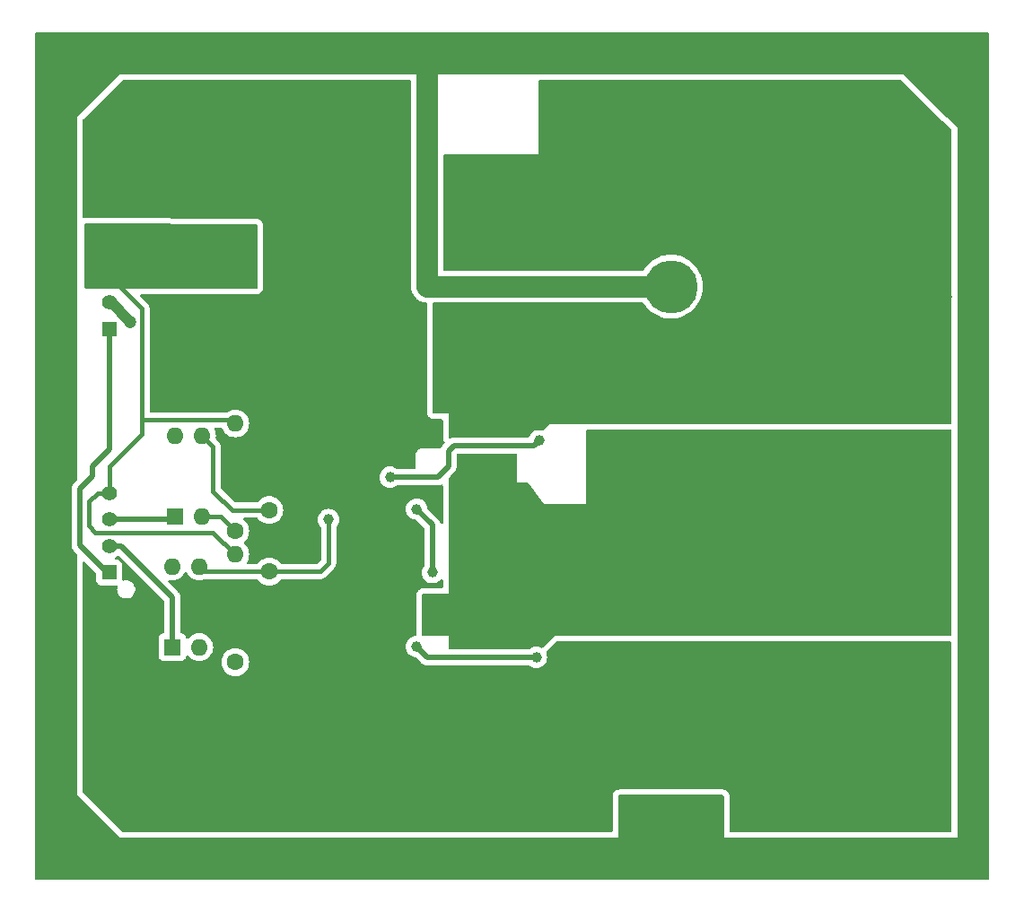
<source format=gbr>
%TF.GenerationSoftware,KiCad,Pcbnew,(7.0.0)*%
%TF.CreationDate,2023-05-03T12:28:25+03:00*%
%TF.ProjectId,MotorDriverDualHalfBridge,4d6f746f-7244-4726-9976-65724475616c,rev?*%
%TF.SameCoordinates,Original*%
%TF.FileFunction,Copper,L2,Bot*%
%TF.FilePolarity,Positive*%
%FSLAX46Y46*%
G04 Gerber Fmt 4.6, Leading zero omitted, Abs format (unit mm)*
G04 Created by KiCad (PCBNEW (7.0.0)) date 2023-05-03 12:28:25*
%MOMM*%
%LPD*%
G01*
G04 APERTURE LIST*
%TA.AperFunction,ComponentPad*%
%ADD10C,1.400000*%
%TD*%
%TA.AperFunction,ComponentPad*%
%ADD11R,1.400000X1.400000*%
%TD*%
%TA.AperFunction,ComponentPad*%
%ADD12C,5.000000*%
%TD*%
%TA.AperFunction,ComponentPad*%
%ADD13O,1.600000X1.600000*%
%TD*%
%TA.AperFunction,ComponentPad*%
%ADD14C,1.600000*%
%TD*%
%TA.AperFunction,ComponentPad*%
%ADD15R,1.600000X1.600000*%
%TD*%
%TA.AperFunction,ComponentPad*%
%ADD16C,2.200000*%
%TD*%
%TA.AperFunction,ViaPad*%
%ADD17C,0.800000*%
%TD*%
%TA.AperFunction,ViaPad*%
%ADD18C,1.200000*%
%TD*%
%TA.AperFunction,ViaPad*%
%ADD19C,1.000000*%
%TD*%
%TA.AperFunction,Conductor*%
%ADD20C,1.000000*%
%TD*%
%TA.AperFunction,Conductor*%
%ADD21C,0.500000*%
%TD*%
%TA.AperFunction,Conductor*%
%ADD22C,0.400000*%
%TD*%
%TA.AperFunction,Conductor*%
%ADD23C,2.000000*%
%TD*%
G04 APERTURE END LIST*
D10*
%TO.P,J6,4,Pin_4*%
%TO.N,GND*%
X129000000Y-55500000D03*
%TO.P,J6,3,Pin_3*%
X129000000Y-58000000D03*
%TO.P,J6,2,Pin_2*%
%TO.N,+12V*%
X129000000Y-60500000D03*
D11*
%TO.P,J6,1,Pin_1*%
X128999999Y-62999999D03*
%TD*%
D10*
%TO.P,J7,4,Pin_4*%
%TO.N,GND*%
X129000000Y-78500000D03*
%TO.P,J7,3,Pin_3*%
%TO.N,H_{IN}*%
X129000000Y-81000000D03*
%TO.P,J7,2,Pin_2*%
%TO.N,L_{IN}*%
X129000000Y-83500000D03*
D11*
%TO.P,J7,1,Pin_1*%
%TO.N,+12V*%
X128999999Y-85999999D03*
%TD*%
D12*
%TO.P,H4,1,1*%
%TO.N,Earth_Clean*%
X182000000Y-111000000D03*
%TD*%
D13*
%TO.P,R8,2*%
%TO.N,GND*%
X140899999Y-84299999D03*
D14*
%TO.P,R8,1*%
%TO.N,Net-(R8-Pad1)*%
X140900000Y-94460000D03*
%TD*%
D13*
%TO.P,U3,4*%
%TO.N,+BATT*%
X134959999Y-85419999D03*
%TO.P,U3,3*%
%TO.N,L_{IN}_{_ISO}*%
X137499999Y-85419999D03*
%TO.P,U3,2*%
%TO.N,Net-(R8-Pad1)*%
X137499999Y-93039999D03*
D15*
%TO.P,U3,1*%
%TO.N,L_{IN}*%
X134959999Y-93039999D03*
%TD*%
D16*
%TO.P,J1,16,Pin_1*%
%TO.N,/LOAD*%
X205820000Y-78680000D03*
%TO.P,J1,15,Pin_1*%
X203280000Y-78680000D03*
%TO.P,J1,14,e*%
X200740000Y-78680000D03*
%TO.P,J1,13*%
X198200000Y-78680000D03*
%TO.P,J1,12*%
X205820000Y-81220000D03*
%TO.P,J1,11,11*%
X203280000Y-81220000D03*
%TO.P,J1,10,e*%
X200740000Y-81220000D03*
%TO.P,J1,9*%
X198200000Y-81220000D03*
%TO.P,J1,8*%
X205820000Y-83760000D03*
%TO.P,J1,7*%
X203280000Y-83760000D03*
%TO.P,J1,6,e*%
X200740000Y-83760000D03*
%TO.P,J1,5*%
X198200000Y-83760000D03*
%TO.P,J1,4*%
X205820000Y-86300000D03*
%TO.P,J1,3*%
X203280000Y-86300000D03*
%TO.P,J1,2*%
X200740000Y-86300000D03*
%TO.P,J1,1,Pin_1*%
X198200000Y-86300000D03*
%TD*%
D13*
%TO.P,R6,2*%
%TO.N,GNDPWR*%
X144099999Y-69939999D03*
D14*
%TO.P,R6,1*%
%TO.N,H_{IN}_{_ISO}*%
X144100000Y-80100000D03*
%TD*%
D16*
%TO.P,J4,16,Pin_1*%
%TO.N,+BATT*%
X189820000Y-42680000D03*
%TO.P,J4,15,Pin_1*%
X187280000Y-42680000D03*
%TO.P,J4,14,e*%
X184740000Y-42680000D03*
%TO.P,J4,13*%
X182200000Y-42680000D03*
%TO.P,J4,12*%
X189820000Y-45220000D03*
%TO.P,J4,11,11*%
X187280000Y-45220000D03*
%TO.P,J4,10,e*%
X184740000Y-45220000D03*
%TO.P,J4,9*%
X182200000Y-45220000D03*
%TO.P,J4,8*%
X189820000Y-47760000D03*
%TO.P,J4,7*%
X187280000Y-47760000D03*
%TO.P,J4,6,e*%
X184740000Y-47760000D03*
%TO.P,J4,5*%
X182200000Y-47760000D03*
%TO.P,J4,4*%
X189820000Y-50300000D03*
%TO.P,J4,3*%
X187280000Y-50300000D03*
%TO.P,J4,2*%
X184740000Y-50300000D03*
%TO.P,J4,1,Pin_1*%
X182200000Y-50300000D03*
%TD*%
%TO.P,J5,16,Pin_1*%
%TO.N,GNDPWR*%
X149820000Y-42680000D03*
%TO.P,J5,15,Pin_1*%
X147280000Y-42680000D03*
%TO.P,J5,14,e*%
X144740000Y-42680000D03*
%TO.P,J5,13*%
X142200000Y-42680000D03*
%TO.P,J5,12*%
X149820000Y-45220000D03*
%TO.P,J5,11,11*%
X147280000Y-45220000D03*
%TO.P,J5,10,e*%
X144740000Y-45220000D03*
%TO.P,J5,9*%
X142200000Y-45220000D03*
%TO.P,J5,8*%
X149820000Y-47760000D03*
%TO.P,J5,7*%
X147280000Y-47760000D03*
%TO.P,J5,6,e*%
X144740000Y-47760000D03*
%TO.P,J5,5*%
X142200000Y-47760000D03*
%TO.P,J5,4*%
X149820000Y-50300000D03*
%TO.P,J5,3*%
X147280000Y-50300000D03*
%TO.P,J5,2*%
X144740000Y-50300000D03*
%TO.P,J5,1,Pin_1*%
X142200000Y-50300000D03*
%TD*%
%TO.P,J3,16,Pin_1*%
%TO.N,+BATT*%
X205820000Y-58680000D03*
%TO.P,J3,15,Pin_1*%
X203280000Y-58680000D03*
%TO.P,J3,14,e*%
X200740000Y-58680000D03*
%TO.P,J3,13*%
X198200000Y-58680000D03*
%TO.P,J3,12*%
X205820000Y-61220000D03*
%TO.P,J3,11,11*%
X203280000Y-61220000D03*
%TO.P,J3,10,e*%
X200740000Y-61220000D03*
%TO.P,J3,9*%
X198200000Y-61220000D03*
%TO.P,J3,8*%
X205820000Y-63760000D03*
%TO.P,J3,7*%
X203280000Y-63760000D03*
%TO.P,J3,6,e*%
X200740000Y-63760000D03*
%TO.P,J3,5*%
X198200000Y-63760000D03*
%TO.P,J3,4*%
X205820000Y-66300000D03*
%TO.P,J3,3*%
X203280000Y-66300000D03*
%TO.P,J3,2*%
X200740000Y-66300000D03*
%TO.P,J3,1,Pin_1*%
X198200000Y-66300000D03*
%TD*%
D12*
%TO.P,H3,1,1*%
%TO.N,Earth_Clean*%
X126000000Y-111000000D03*
%TD*%
%TO.P,H1,1,1*%
%TO.N,Earth_Clean*%
X126000000Y-39000000D03*
%TD*%
D13*
%TO.P,R7,2*%
%TO.N,GND*%
X140899999Y-71919999D03*
D14*
%TO.P,R7,1*%
%TO.N,Net-(R7-Pad1)*%
X140900000Y-82080000D03*
%TD*%
D13*
%TO.P,R9,2*%
%TO.N,GNDPWR*%
X144099999Y-96059999D03*
D14*
%TO.P,R9,1*%
%TO.N,L_{IN}_{_ISO}*%
X144100000Y-85900000D03*
%TD*%
D16*
%TO.P,J2,16,Pin_1*%
%TO.N,GNDPWR*%
X205820000Y-98680000D03*
%TO.P,J2,15,Pin_1*%
X203280000Y-98680000D03*
%TO.P,J2,14,e*%
X200740000Y-98680000D03*
%TO.P,J2,13*%
X198200000Y-98680000D03*
%TO.P,J2,12*%
X205820000Y-101220000D03*
%TO.P,J2,11,11*%
X203280000Y-101220000D03*
%TO.P,J2,10,e*%
X200740000Y-101220000D03*
%TO.P,J2,9*%
X198200000Y-101220000D03*
%TO.P,J2,8*%
X205820000Y-103760000D03*
%TO.P,J2,7*%
X203280000Y-103760000D03*
%TO.P,J2,6,e*%
X200740000Y-103760000D03*
%TO.P,J2,5*%
X198200000Y-103760000D03*
%TO.P,J2,4*%
X205820000Y-106300000D03*
%TO.P,J2,3*%
X203280000Y-106300000D03*
%TO.P,J2,2*%
X200740000Y-106300000D03*
%TO.P,J2,1,Pin_1*%
X198200000Y-106300000D03*
%TD*%
D12*
%TO.P,H2,1,1*%
%TO.N,Earth_Clean*%
X208000000Y-39000000D03*
%TD*%
%TO.P,H5,1,1*%
%TO.N,Earth_Clean*%
X182000000Y-59000000D03*
%TD*%
D13*
%TO.P,U2,4*%
%TO.N,+BATT*%
X135224999Y-73099999D03*
%TO.P,U2,3*%
%TO.N,H_{IN}_{_ISO}*%
X137764999Y-73099999D03*
%TO.P,U2,2*%
%TO.N,Net-(R7-Pad1)*%
X137764999Y-80719999D03*
D15*
%TO.P,U2,1*%
%TO.N,H_{IN}*%
X135224999Y-80719999D03*
%TD*%
D17*
%TO.N,GNDPWR*%
X195066526Y-104950000D03*
X195066526Y-97950000D03*
X188066526Y-104950000D03*
X188066526Y-97950000D03*
X181066526Y-104950000D03*
X181066526Y-97950000D03*
X174066526Y-104950000D03*
X174066526Y-97950000D03*
X167066526Y-104950000D03*
X167066526Y-97950000D03*
X160066526Y-104950000D03*
X153066526Y-104950000D03*
X153066526Y-97950000D03*
X153066526Y-90950000D03*
X153066526Y-76950000D03*
X153066526Y-69950000D03*
X153066526Y-62950000D03*
X153066526Y-55950000D03*
X153066526Y-48950000D03*
X153066526Y-41950000D03*
X146066526Y-104950000D03*
X146066526Y-97950000D03*
X146066526Y-90950000D03*
X146066526Y-76950000D03*
X146066526Y-69950000D03*
X146066526Y-62950000D03*
X146066526Y-55950000D03*
X139066526Y-104950000D03*
X139066526Y-97950000D03*
X139066526Y-90950000D03*
X139066526Y-69950000D03*
X139066526Y-48950000D03*
X139066526Y-41950000D03*
X132066526Y-104950000D03*
X132066526Y-97950000D03*
X132066526Y-90950000D03*
X132066526Y-48950000D03*
X132066526Y-41950000D03*
%TO.N,+BATT*%
X208066526Y-59950000D03*
X203066526Y-49950000D03*
X198066526Y-69950000D03*
X193066526Y-59950000D03*
X193066526Y-44950000D03*
X183066526Y-64950000D03*
X178066526Y-54950000D03*
X173066526Y-69950000D03*
X173066526Y-44950000D03*
X163066526Y-64950000D03*
X163066526Y-49950000D03*
%TO.N,/LOAD*%
X204426526Y-90830000D03*
X204426526Y-73050000D03*
X199346526Y-88290000D03*
X199346526Y-75590000D03*
X194266526Y-90830000D03*
X194266526Y-73050000D03*
X191726526Y-85750000D03*
X191726526Y-78130000D03*
X186646526Y-90830000D03*
X186646526Y-83210000D03*
X186646526Y-73050000D03*
X184106526Y-78130000D03*
X181566526Y-88290000D03*
X179026526Y-83210000D03*
X179026526Y-73050000D03*
X176486526Y-78130000D03*
X173946526Y-90830000D03*
X171406526Y-85750000D03*
X168866526Y-80670000D03*
X163786526Y-85750000D03*
X163786526Y-78130000D03*
D18*
%TO.N,+12V*%
X131000000Y-62300000D03*
%TO.N,Earth_Clean*%
X210500000Y-106400000D03*
X210500000Y-98600000D03*
X210500000Y-85600000D03*
X210500000Y-79400000D03*
X124900000Y-52500000D03*
X122900000Y-52500000D03*
X124800000Y-76800000D03*
X122800000Y-76800000D03*
X122800000Y-76800000D03*
X124800000Y-88500000D03*
X124800000Y-88500000D03*
X122900000Y-88500000D03*
D19*
%TO.N,Net-(U1-V_{B})*%
X158000000Y-80000000D03*
X159500000Y-86000000D03*
%TO.N,Net-(U1-HO)*%
X155500000Y-77000000D03*
X169557983Y-73554891D03*
%TO.N,Net-(U1-LO)*%
X158000000Y-93000000D03*
X169300000Y-94000000D03*
%TO.N,L_{IN}_{_ISO}*%
X149700000Y-81000000D03*
D18*
%TO.N,Earth_Clean*%
X123000000Y-65500000D03*
X124500000Y-65500000D03*
D17*
X210500000Y-65000000D03*
X210500000Y-58500000D03*
%TD*%
D20*
%TO.N,+12V*%
X129200000Y-60500000D02*
X129000000Y-60500000D01*
X131000000Y-62300000D02*
X129200000Y-60500000D01*
D21*
%TO.N,L_{IN}*%
X130100000Y-83500000D02*
X129000000Y-83500000D01*
X134960000Y-88360000D02*
X130100000Y-83500000D01*
X134960000Y-93040000D02*
X134960000Y-88360000D01*
D22*
%TO.N,L_{IN}_{_ISO}*%
X137500000Y-85420000D02*
X137980000Y-85900000D01*
X137980000Y-85900000D02*
X144100000Y-85900000D01*
D21*
%TO.N,+12V*%
X127400000Y-76000000D02*
X129000000Y-74400000D01*
X129000000Y-74400000D02*
X129000000Y-63000000D01*
X127400000Y-76900000D02*
X127400000Y-76000000D01*
X126200000Y-78100000D02*
X127400000Y-76900000D01*
X126200000Y-83400000D02*
X126200000Y-78100000D01*
X128800000Y-86000000D02*
X126200000Y-83400000D01*
X129000000Y-86000000D02*
X128800000Y-86000000D01*
D22*
%TO.N,GND*%
X129000000Y-78500000D02*
X129000000Y-76000000D01*
X127900000Y-78500000D02*
X129000000Y-78500000D01*
X129000000Y-76000000D02*
X132100000Y-72900000D01*
X127100000Y-81600000D02*
X127100000Y-79300000D01*
X132100000Y-61100000D02*
X129000000Y-58000000D01*
X140580000Y-71600000D02*
X132200000Y-71600000D01*
X132100000Y-72900000D02*
X132100000Y-71500000D01*
X140900000Y-84300000D02*
X138800000Y-82200000D01*
X127100000Y-79300000D02*
X127900000Y-78500000D01*
X138800000Y-82200000D02*
X127700000Y-82200000D01*
X140900000Y-71920000D02*
X140580000Y-71600000D01*
X140900000Y-71920000D02*
X140480000Y-71500000D01*
X127700000Y-82200000D02*
X127100000Y-81600000D01*
X132200000Y-71600000D02*
X132100000Y-71500000D01*
X132100000Y-71500000D02*
X132100000Y-61100000D01*
D21*
%TO.N,Net-(U1-V_{B})*%
X159500000Y-81500000D02*
X159500000Y-86000000D01*
X158000000Y-80000000D02*
X159500000Y-81500000D01*
%TO.N,H_{IN}*%
X129000000Y-81000000D02*
X134945000Y-81000000D01*
X134945000Y-81000000D02*
X135225000Y-80720000D01*
%TO.N,Net-(U1-HO)*%
X161000000Y-76000000D02*
X160000000Y-77000000D01*
X169112874Y-74000000D02*
X161500000Y-74000000D01*
X161000000Y-74500000D02*
X161000000Y-76000000D01*
X161500000Y-74000000D02*
X161000000Y-74500000D01*
X160000000Y-77000000D02*
X155500000Y-77000000D01*
X169557983Y-73554891D02*
X169112874Y-74000000D01*
%TO.N,Net-(U1-LO)*%
X169300000Y-94000000D02*
X159000000Y-94000000D01*
X159000000Y-94000000D02*
X158000000Y-93000000D01*
D22*
%TO.N,Net-(R7-Pad1)*%
X140900000Y-82080000D02*
X139540000Y-80720000D01*
X139540000Y-80720000D02*
X137765000Y-80720000D01*
%TO.N,H_{IN}_{_ISO}*%
X137765000Y-73100000D02*
X138800000Y-74135000D01*
X140600000Y-80100000D02*
X144100000Y-80100000D01*
X138800000Y-78300000D02*
X140600000Y-80100000D01*
X138800000Y-74135000D02*
X138800000Y-78300000D01*
%TO.N,L_{IN}_{_ISO}*%
X144100000Y-85900000D02*
X148900000Y-85900000D01*
X148900000Y-85900000D02*
X149700000Y-85100000D01*
X149700000Y-85100000D02*
X149700000Y-81000000D01*
D23*
%TO.N,Earth_Clean*%
X159000000Y-59000000D02*
X159000000Y-37000000D01*
X128000000Y-37000000D02*
X126000000Y-39000000D01*
X182000000Y-59000000D02*
X159000000Y-59000000D01*
X159000000Y-37000000D02*
X128000000Y-37000000D01*
%TD*%
%TA.AperFunction,Conductor*%
%TO.N,GND*%
G36*
X142876678Y-53099326D02*
G01*
X142938391Y-53116163D01*
X142983500Y-53161520D01*
X143000000Y-53223324D01*
X143000000Y-59076000D01*
X142983387Y-59138000D01*
X142938000Y-59183387D01*
X142876000Y-59200000D01*
X126824000Y-59200000D01*
X126762000Y-59183387D01*
X126716613Y-59138000D01*
X126700000Y-59076000D01*
X126700000Y-53135608D01*
X126716726Y-53073412D01*
X126762392Y-53027996D01*
X126824676Y-53011610D01*
X142876678Y-53099326D01*
G37*
%TD.AperFunction*%
%TD*%
%TA.AperFunction,Conductor*%
%TO.N,/LOAD*%
G36*
X208424500Y-72516613D02*
G01*
X208469887Y-72562000D01*
X208486500Y-72624000D01*
X208486500Y-91876000D01*
X208469887Y-91938000D01*
X208424500Y-91983387D01*
X208362500Y-92000000D01*
X171000000Y-92000000D01*
X170991364Y-92008635D01*
X170991361Y-92008638D01*
X169914731Y-93085267D01*
X169870729Y-93113638D01*
X169818940Y-93121320D01*
X169768598Y-93106944D01*
X169728043Y-93085267D01*
X169693176Y-93066630D01*
X169693172Y-93066628D01*
X169687804Y-93063759D01*
X169681976Y-93061991D01*
X169503531Y-93007860D01*
X169503526Y-93007859D01*
X169497701Y-93006092D01*
X169491642Y-93005495D01*
X169491636Y-93005494D01*
X169306061Y-92987217D01*
X169300000Y-92986620D01*
X169293939Y-92987217D01*
X169108363Y-93005494D01*
X169108355Y-93005495D01*
X169102299Y-93006092D01*
X169096475Y-93007858D01*
X169096468Y-93007860D01*
X168918023Y-93061991D01*
X168918019Y-93061992D01*
X168912196Y-93063759D01*
X168906830Y-93066626D01*
X168906823Y-93066630D01*
X168742372Y-93154531D01*
X168742368Y-93154533D01*
X168736996Y-93157405D01*
X168732288Y-93161268D01*
X168732283Y-93161272D01*
X168668823Y-93213353D01*
X168631932Y-93234251D01*
X168590158Y-93241500D01*
X161124000Y-93241500D01*
X161062000Y-93224887D01*
X161016613Y-93179500D01*
X161000000Y-93117500D01*
X161000000Y-92016326D01*
X161000000Y-92000000D01*
X160983674Y-92000000D01*
X158636979Y-92000000D01*
X158575099Y-91983456D01*
X158529731Y-91938240D01*
X158512980Y-91876415D01*
X158500417Y-88124415D01*
X158516891Y-88062240D01*
X158562296Y-88016682D01*
X158624416Y-88000000D01*
X160983674Y-88000000D01*
X161000000Y-88000000D01*
X161000000Y-77124042D01*
X161009439Y-77076589D01*
X161036319Y-77036361D01*
X161205289Y-76867391D01*
X161490880Y-76581799D01*
X161504506Y-76570023D01*
X161524058Y-76555469D01*
X161556278Y-76517068D01*
X161563594Y-76509087D01*
X161564209Y-76508471D01*
X161567581Y-76505100D01*
X161587047Y-76480479D01*
X161589295Y-76477721D01*
X161638032Y-76419640D01*
X161641277Y-76413177D01*
X161643315Y-76410079D01*
X161643435Y-76409912D01*
X161643531Y-76409741D01*
X161645484Y-76406573D01*
X161649967Y-76400905D01*
X161682034Y-76332135D01*
X161683549Y-76329004D01*
X161717609Y-76261188D01*
X161719275Y-76254154D01*
X161720541Y-76250677D01*
X161720622Y-76250480D01*
X161720677Y-76250288D01*
X161721845Y-76246760D01*
X161724903Y-76240206D01*
X161740244Y-76165905D01*
X161741021Y-76162401D01*
X161758500Y-76088656D01*
X161758500Y-76081434D01*
X161758932Y-76077740D01*
X161758964Y-76077540D01*
X161758972Y-76077362D01*
X161759298Y-76073631D01*
X161760759Y-76066558D01*
X161758552Y-75990707D01*
X161758500Y-75987101D01*
X161758500Y-74882500D01*
X161775113Y-74820500D01*
X161820500Y-74775113D01*
X161882500Y-74758500D01*
X167376000Y-74758500D01*
X167438000Y-74775113D01*
X167483387Y-74820500D01*
X167500000Y-74882500D01*
X167500000Y-77500000D01*
X168438000Y-77500000D01*
X168493454Y-77513091D01*
X168537200Y-77549600D01*
X170000000Y-79500000D01*
X170014439Y-79500000D01*
X173983674Y-79500000D01*
X174000000Y-79500000D01*
X174000000Y-72624000D01*
X174016613Y-72562000D01*
X174062000Y-72516613D01*
X174124000Y-72500000D01*
X208362500Y-72500000D01*
X208424500Y-72516613D01*
G37*
%TD.AperFunction*%
%TD*%
%TA.AperFunction,Conductor*%
%TO.N,GNDPWR*%
G36*
X157429500Y-39530113D02*
G01*
X157474887Y-39575500D01*
X157491500Y-39637500D01*
X157491500Y-58967108D01*
X157491399Y-58972101D01*
X157488020Y-59055936D01*
X157488020Y-59055943D01*
X157487819Y-59060939D01*
X157488421Y-59065904D01*
X157488422Y-59065908D01*
X157498533Y-59149188D01*
X157499035Y-59154153D01*
X157506190Y-59242768D01*
X157507385Y-59247616D01*
X157511702Y-59265131D01*
X157514401Y-59279859D01*
X157516575Y-59297768D01*
X157516576Y-59297776D01*
X157517177Y-59302720D01*
X157518560Y-59307498D01*
X157518564Y-59307513D01*
X157541906Y-59388101D01*
X157543197Y-59392921D01*
X157563278Y-59474387D01*
X157563281Y-59474396D01*
X157564477Y-59479248D01*
X157566437Y-59483848D01*
X157573504Y-59500436D01*
X157578529Y-59514536D01*
X157583547Y-59531859D01*
X157583550Y-59531867D01*
X157584939Y-59536662D01*
X157587078Y-59541170D01*
X157587080Y-59541175D01*
X157623045Y-59616971D01*
X157625094Y-59621523D01*
X157657987Y-59698723D01*
X157659944Y-59703316D01*
X157662609Y-59707531D01*
X157662612Y-59707536D01*
X157672254Y-59722784D01*
X157679474Y-59735892D01*
X157687206Y-59752187D01*
X157687209Y-59752192D01*
X157689350Y-59756704D01*
X157692187Y-59760815D01*
X157692190Y-59760819D01*
X157739845Y-59829858D01*
X157742599Y-59834024D01*
X157780172Y-59893442D01*
X157790117Y-59909168D01*
X157805395Y-59926413D01*
X157814620Y-59938189D01*
X157827707Y-59957148D01*
X157831161Y-59960744D01*
X157831166Y-59960750D01*
X157864689Y-59995650D01*
X157889287Y-60021259D01*
X157892661Y-60024917D01*
X157948306Y-60087729D01*
X157948314Y-60087737D01*
X157951625Y-60091474D01*
X157955499Y-60094637D01*
X157969473Y-60106047D01*
X157980471Y-60116192D01*
X157996425Y-60132802D01*
X158000421Y-60135805D01*
X158000427Y-60135810D01*
X158067489Y-60186203D01*
X158071387Y-60189256D01*
X158140286Y-60245510D01*
X158144615Y-60248009D01*
X158144616Y-60248010D01*
X158160230Y-60257025D01*
X158172725Y-60265283D01*
X158187138Y-60276114D01*
X158187142Y-60276116D01*
X158191135Y-60279117D01*
X158195553Y-60281435D01*
X158195555Y-60281437D01*
X158269858Y-60320434D01*
X158274232Y-60322844D01*
X158351213Y-60367289D01*
X158372753Y-60375457D01*
X158386406Y-60381602D01*
X158406795Y-60392304D01*
X158491157Y-60420468D01*
X158495750Y-60422105D01*
X158578943Y-60453656D01*
X158601519Y-60458264D01*
X158615978Y-60462139D01*
X158623633Y-60464695D01*
X158633082Y-60467850D01*
X158633084Y-60467850D01*
X158637818Y-60469431D01*
X158642744Y-60470231D01*
X158642746Y-60470232D01*
X158658289Y-60472757D01*
X158725572Y-60483692D01*
X158730412Y-60484578D01*
X158817579Y-60502374D01*
X158840598Y-60503301D01*
X158855497Y-60504806D01*
X158878221Y-60508500D01*
X158878222Y-60508500D01*
X158878046Y-60509580D01*
X158932480Y-60528815D01*
X158974045Y-60576904D01*
X158984988Y-60632500D01*
X158986500Y-60632500D01*
X158986500Y-70876000D01*
X158987028Y-70880016D01*
X158987029Y-70880020D01*
X158991981Y-70917633D01*
X159003997Y-71008905D01*
X159005043Y-71012810D01*
X159005046Y-71012823D01*
X159019558Y-71066980D01*
X159020610Y-71070905D01*
X159022163Y-71074654D01*
X159022165Y-71074660D01*
X159068798Y-71187241D01*
X159071909Y-71194751D01*
X159076855Y-71201196D01*
X159076857Y-71201200D01*
X159121066Y-71258813D01*
X159153514Y-71301099D01*
X159198901Y-71346486D01*
X159305249Y-71428091D01*
X159429095Y-71479390D01*
X159491095Y-71496003D01*
X159624000Y-71513500D01*
X160362500Y-71513500D01*
X160424500Y-71530113D01*
X160469887Y-71575500D01*
X160486500Y-71637500D01*
X160486500Y-73196828D01*
X160486984Y-73200669D01*
X160486985Y-73200678D01*
X160502091Y-73320465D01*
X160502577Y-73324315D01*
X160503540Y-73328072D01*
X160515124Y-73373273D01*
X160517863Y-73383957D01*
X160519288Y-73387563D01*
X160519289Y-73387566D01*
X160562224Y-73496215D01*
X160562225Y-73496218D01*
X160565086Y-73503456D01*
X160640497Y-73607490D01*
X160645194Y-73612505D01*
X160675135Y-73667796D01*
X160674105Y-73730666D01*
X160642369Y-73784948D01*
X160509123Y-73918194D01*
X160495495Y-73929972D01*
X160481735Y-73940216D01*
X160481724Y-73940225D01*
X160475942Y-73944531D01*
X160471307Y-73950053D01*
X160471298Y-73950063D01*
X160443715Y-73982935D01*
X160436419Y-73990898D01*
X160434975Y-73992341D01*
X160434953Y-73992365D01*
X160432420Y-73994899D01*
X160430194Y-73997713D01*
X160430186Y-73997723D01*
X160412982Y-74019480D01*
X160410710Y-74022268D01*
X160366608Y-74074828D01*
X160366601Y-74074837D01*
X160361968Y-74080360D01*
X160358732Y-74086801D01*
X160356664Y-74089946D01*
X160356568Y-74090078D01*
X160356481Y-74090235D01*
X160354508Y-74093432D01*
X160350033Y-74099094D01*
X160346982Y-74105635D01*
X160346981Y-74105638D01*
X160317982Y-74167825D01*
X160316412Y-74171068D01*
X160289274Y-74225106D01*
X160257708Y-74264830D01*
X160212874Y-74288586D01*
X160162278Y-74292395D01*
X160121520Y-74287029D01*
X160121516Y-74287028D01*
X160117500Y-74286500D01*
X158524000Y-74286500D01*
X158519984Y-74287028D01*
X158519979Y-74287029D01*
X158395120Y-74303467D01*
X158395118Y-74303467D01*
X158391095Y-74303997D01*
X158387191Y-74305042D01*
X158387176Y-74305046D01*
X158333019Y-74319558D01*
X158333011Y-74319560D01*
X158329095Y-74320610D01*
X158325349Y-74322161D01*
X158325339Y-74322165D01*
X158212758Y-74368798D01*
X158212754Y-74368800D01*
X158205249Y-74371909D01*
X158198806Y-74376852D01*
X158198799Y-74376857D01*
X158102132Y-74451034D01*
X158102125Y-74451039D01*
X158098901Y-74453514D01*
X158096028Y-74456386D01*
X158096020Y-74456394D01*
X158056394Y-74496020D01*
X158056386Y-74496028D01*
X158053514Y-74498901D01*
X158051039Y-74502125D01*
X158051034Y-74502132D01*
X157976857Y-74598799D01*
X157976852Y-74598806D01*
X157971909Y-74605249D01*
X157968800Y-74612754D01*
X157968798Y-74612758D01*
X157922165Y-74725339D01*
X157922161Y-74725349D01*
X157920610Y-74729095D01*
X157919560Y-74733011D01*
X157919558Y-74733019D01*
X157905046Y-74787176D01*
X157905042Y-74787191D01*
X157903997Y-74791095D01*
X157886500Y-74924000D01*
X157886500Y-74928053D01*
X157886500Y-76117500D01*
X157869887Y-76179500D01*
X157824500Y-76224887D01*
X157762500Y-76241500D01*
X156209842Y-76241500D01*
X156168068Y-76234251D01*
X156131177Y-76213353D01*
X156067716Y-76161272D01*
X156067715Y-76161271D01*
X156063004Y-76157405D01*
X155988347Y-76117500D01*
X155893176Y-76066630D01*
X155893172Y-76066628D01*
X155887804Y-76063759D01*
X155881976Y-76061991D01*
X155703531Y-76007860D01*
X155703526Y-76007859D01*
X155697701Y-76006092D01*
X155691642Y-76005495D01*
X155691636Y-76005494D01*
X155506061Y-75987217D01*
X155500000Y-75986620D01*
X155493939Y-75987217D01*
X155308363Y-76005494D01*
X155308355Y-76005495D01*
X155302299Y-76006092D01*
X155296475Y-76007858D01*
X155296468Y-76007860D01*
X155118023Y-76061991D01*
X155118019Y-76061992D01*
X155112196Y-76063759D01*
X155106830Y-76066626D01*
X155106823Y-76066630D01*
X154942372Y-76154531D01*
X154942368Y-76154533D01*
X154936996Y-76157405D01*
X154932288Y-76161268D01*
X154932283Y-76161272D01*
X154788138Y-76279569D01*
X154788133Y-76279573D01*
X154783432Y-76283432D01*
X154779573Y-76288133D01*
X154779569Y-76288138D01*
X154661272Y-76432283D01*
X154661268Y-76432288D01*
X154657405Y-76436996D01*
X154654533Y-76442368D01*
X154654531Y-76442372D01*
X154566630Y-76606823D01*
X154566626Y-76606830D01*
X154563759Y-76612196D01*
X154561992Y-76618019D01*
X154561991Y-76618023D01*
X154507860Y-76796468D01*
X154507858Y-76796475D01*
X154506092Y-76802299D01*
X154505495Y-76808355D01*
X154505494Y-76808363D01*
X154497557Y-76888955D01*
X154486620Y-77000000D01*
X154487217Y-77006061D01*
X154505494Y-77191636D01*
X154505495Y-77191642D01*
X154506092Y-77197701D01*
X154507859Y-77203526D01*
X154507860Y-77203531D01*
X154561545Y-77380506D01*
X154563759Y-77387804D01*
X154566628Y-77393172D01*
X154566630Y-77393176D01*
X154600339Y-77456241D01*
X154657405Y-77563004D01*
X154661271Y-77567715D01*
X154661272Y-77567716D01*
X154666862Y-77574528D01*
X154783432Y-77716568D01*
X154936996Y-77842595D01*
X155112196Y-77936241D01*
X155302299Y-77993908D01*
X155500000Y-78013380D01*
X155697701Y-77993908D01*
X155887804Y-77936241D01*
X156063004Y-77842595D01*
X156131176Y-77786647D01*
X156168068Y-77765749D01*
X156209842Y-77758500D01*
X159935705Y-77758500D01*
X159953677Y-77759809D01*
X159977789Y-77763341D01*
X160027727Y-77758971D01*
X160038533Y-77758500D01*
X160040571Y-77758500D01*
X160044180Y-77758500D01*
X160075370Y-77754853D01*
X160078851Y-77754498D01*
X160154426Y-77747887D01*
X160161290Y-77745612D01*
X160164924Y-77744862D01*
X160165119Y-77744830D01*
X160165308Y-77744777D01*
X160168930Y-77743918D01*
X160176113Y-77743079D01*
X160247393Y-77717134D01*
X160250709Y-77715981D01*
X160322738Y-77692114D01*
X160322739Y-77692113D01*
X160323550Y-77694561D01*
X160370603Y-77685731D01*
X160429121Y-77704883D01*
X160471213Y-77749821D01*
X160486500Y-77809466D01*
X160486500Y-81293710D01*
X160472210Y-81351500D01*
X160432635Y-81395970D01*
X160376894Y-81416872D01*
X160317836Y-81409387D01*
X160269073Y-81375241D01*
X160243203Y-81324950D01*
X160243079Y-81323887D01*
X160217147Y-81252640D01*
X160215964Y-81249236D01*
X160212083Y-81237523D01*
X160192114Y-81177261D01*
X160188320Y-81171111D01*
X160186752Y-81167748D01*
X160186674Y-81167561D01*
X160186574Y-81167381D01*
X160184907Y-81164062D01*
X160182435Y-81157268D01*
X160178460Y-81151224D01*
X160140747Y-81093883D01*
X160138851Y-81090908D01*
X160099030Y-81026349D01*
X160093918Y-81021237D01*
X160091614Y-81018323D01*
X160091495Y-81018158D01*
X160091374Y-81018026D01*
X160088970Y-81015162D01*
X160085001Y-81009126D01*
X160029825Y-80957070D01*
X160027238Y-80954557D01*
X159038274Y-79965593D01*
X159013860Y-79930929D01*
X159002552Y-79890066D01*
X159000249Y-79866680D01*
X158993908Y-79802299D01*
X158936241Y-79612196D01*
X158842595Y-79436996D01*
X158716568Y-79283432D01*
X158563004Y-79157405D01*
X158536781Y-79143388D01*
X158393176Y-79066630D01*
X158393172Y-79066628D01*
X158387804Y-79063759D01*
X158381976Y-79061991D01*
X158203531Y-79007860D01*
X158203526Y-79007859D01*
X158197701Y-79006092D01*
X158191642Y-79005495D01*
X158191636Y-79005494D01*
X158006061Y-78987217D01*
X158000000Y-78986620D01*
X157993939Y-78987217D01*
X157808363Y-79005494D01*
X157808355Y-79005495D01*
X157802299Y-79006092D01*
X157796475Y-79007858D01*
X157796468Y-79007860D01*
X157618023Y-79061991D01*
X157618019Y-79061992D01*
X157612196Y-79063759D01*
X157606830Y-79066626D01*
X157606823Y-79066630D01*
X157442372Y-79154531D01*
X157442368Y-79154533D01*
X157436996Y-79157405D01*
X157432288Y-79161268D01*
X157432283Y-79161272D01*
X157288138Y-79279569D01*
X157288133Y-79279573D01*
X157283432Y-79283432D01*
X157279573Y-79288133D01*
X157279569Y-79288138D01*
X157161272Y-79432283D01*
X157161268Y-79432288D01*
X157157405Y-79436996D01*
X157154533Y-79442368D01*
X157154531Y-79442372D01*
X157066630Y-79606823D01*
X157066626Y-79606830D01*
X157063759Y-79612196D01*
X157061992Y-79618019D01*
X157061991Y-79618023D01*
X157007860Y-79796468D01*
X157007858Y-79796475D01*
X157006092Y-79802299D01*
X157005495Y-79808355D01*
X157005494Y-79808363D01*
X156990695Y-79958623D01*
X156986620Y-80000000D01*
X156987217Y-80006061D01*
X157005494Y-80191636D01*
X157005495Y-80191642D01*
X157006092Y-80197701D01*
X157007859Y-80203526D01*
X157007860Y-80203531D01*
X157039115Y-80306564D01*
X157063759Y-80387804D01*
X157066628Y-80393172D01*
X157066630Y-80393176D01*
X157092926Y-80442372D01*
X157157405Y-80563004D01*
X157283432Y-80716568D01*
X157436996Y-80842595D01*
X157612196Y-80936241D01*
X157802299Y-80993908D01*
X157890067Y-81002552D01*
X157930929Y-81013860D01*
X157965593Y-81038274D01*
X158705181Y-81777862D01*
X158732061Y-81818090D01*
X158741500Y-81865543D01*
X158741500Y-85290158D01*
X158734251Y-85331932D01*
X158713353Y-85368823D01*
X158661272Y-85432283D01*
X158661268Y-85432288D01*
X158657405Y-85436996D01*
X158654533Y-85442368D01*
X158654531Y-85442372D01*
X158566630Y-85606823D01*
X158566626Y-85606830D01*
X158563759Y-85612196D01*
X158561992Y-85618019D01*
X158561991Y-85618023D01*
X158507860Y-85796468D01*
X158507858Y-85796475D01*
X158506092Y-85802299D01*
X158505495Y-85808355D01*
X158505494Y-85808363D01*
X158490357Y-85962058D01*
X158486620Y-86000000D01*
X158487217Y-86006061D01*
X158505494Y-86191636D01*
X158505495Y-86191642D01*
X158506092Y-86197701D01*
X158507859Y-86203526D01*
X158507860Y-86203531D01*
X158561991Y-86381976D01*
X158563759Y-86387804D01*
X158566628Y-86393172D01*
X158566630Y-86393176D01*
X158588566Y-86434215D01*
X158657405Y-86563004D01*
X158661271Y-86567715D01*
X158661272Y-86567716D01*
X158675695Y-86585291D01*
X158783432Y-86716568D01*
X158936996Y-86842595D01*
X159112196Y-86936241D01*
X159302299Y-86993908D01*
X159500000Y-87013380D01*
X159697701Y-86993908D01*
X159887804Y-86936241D01*
X160063004Y-86842595D01*
X160216568Y-86716568D01*
X160266646Y-86655547D01*
X160315048Y-86619651D01*
X160374654Y-86610809D01*
X160431391Y-86631110D01*
X160471858Y-86675759D01*
X160486500Y-86734212D01*
X160486500Y-87362500D01*
X160469887Y-87424500D01*
X160424500Y-87469887D01*
X160362500Y-87486500D01*
X158624416Y-87486500D01*
X158620388Y-87487031D01*
X158620379Y-87487032D01*
X158495269Y-87503539D01*
X158491237Y-87504071D01*
X158487312Y-87505124D01*
X158487307Y-87505126D01*
X158433043Y-87519698D01*
X158433033Y-87519701D01*
X158429117Y-87520753D01*
X158425367Y-87522309D01*
X158425358Y-87522313D01*
X158312574Y-87569140D01*
X158312569Y-87569142D01*
X158305049Y-87572265D01*
X158298597Y-87577229D01*
X158298592Y-87577233D01*
X158201808Y-87651714D01*
X158201803Y-87651717D01*
X158198586Y-87654194D01*
X158195731Y-87657058D01*
X158195718Y-87657070D01*
X158156044Y-87696878D01*
X158156034Y-87696888D01*
X158153181Y-87699752D01*
X158150720Y-87702972D01*
X158150715Y-87702978D01*
X158076557Y-87800016D01*
X158076554Y-87800019D01*
X158071614Y-87806485D01*
X158068518Y-87814010D01*
X158068517Y-87814014D01*
X158022065Y-87926959D01*
X158022061Y-87926969D01*
X158020519Y-87930720D01*
X158019477Y-87934649D01*
X158019477Y-87934652D01*
X158005085Y-87988968D01*
X158005083Y-87988975D01*
X158004045Y-87992895D01*
X158003528Y-87996915D01*
X158003526Y-87996927D01*
X157987439Y-88122092D01*
X157987438Y-88122099D01*
X157986920Y-88126134D01*
X157986933Y-88130198D01*
X157986933Y-88130208D01*
X157999468Y-91873870D01*
X157984958Y-91932494D01*
X157944475Y-91977310D01*
X157887624Y-91997688D01*
X157808363Y-92005494D01*
X157808355Y-92005495D01*
X157802299Y-92006092D01*
X157796475Y-92007858D01*
X157796468Y-92007860D01*
X157618023Y-92061991D01*
X157618019Y-92061992D01*
X157612196Y-92063759D01*
X157606830Y-92066626D01*
X157606823Y-92066630D01*
X157442372Y-92154531D01*
X157442368Y-92154533D01*
X157436996Y-92157405D01*
X157432288Y-92161268D01*
X157432283Y-92161272D01*
X157288138Y-92279569D01*
X157288133Y-92279573D01*
X157283432Y-92283432D01*
X157279573Y-92288133D01*
X157279569Y-92288138D01*
X157161272Y-92432283D01*
X157161268Y-92432288D01*
X157157405Y-92436996D01*
X157154533Y-92442368D01*
X157154531Y-92442372D01*
X157066630Y-92606823D01*
X157066626Y-92606830D01*
X157063759Y-92612196D01*
X157061992Y-92618019D01*
X157061991Y-92618023D01*
X157007860Y-92796468D01*
X157007858Y-92796475D01*
X157006092Y-92802299D01*
X157005495Y-92808355D01*
X157005494Y-92808363D01*
X156993423Y-92930929D01*
X156986620Y-93000000D01*
X156987217Y-93006061D01*
X157005494Y-93191636D01*
X157005495Y-93191642D01*
X157006092Y-93197701D01*
X157007859Y-93203526D01*
X157007860Y-93203531D01*
X157027443Y-93268087D01*
X157063759Y-93387804D01*
X157066628Y-93393172D01*
X157066630Y-93393176D01*
X157100604Y-93456737D01*
X157157405Y-93563004D01*
X157283432Y-93716568D01*
X157436996Y-93842595D01*
X157612196Y-93936241D01*
X157802299Y-93993908D01*
X157890067Y-94002552D01*
X157930929Y-94013860D01*
X157965593Y-94038274D01*
X158418195Y-94490876D01*
X158429973Y-94504503D01*
X158444531Y-94524058D01*
X158450067Y-94528703D01*
X158482932Y-94556280D01*
X158490908Y-94563589D01*
X158494900Y-94567581D01*
X158497731Y-94569819D01*
X158497735Y-94569823D01*
X158519469Y-94587008D01*
X158522267Y-94589287D01*
X158574822Y-94633386D01*
X158574827Y-94633389D01*
X158580360Y-94638032D01*
X158586818Y-94641275D01*
X158589935Y-94643325D01*
X158590087Y-94643435D01*
X158590261Y-94643532D01*
X158593424Y-94645483D01*
X158599095Y-94649967D01*
X158605644Y-94653021D01*
X158605646Y-94653022D01*
X158667830Y-94682019D01*
X158671077Y-94683591D01*
X158732348Y-94714363D01*
X158732350Y-94714363D01*
X158738812Y-94717609D01*
X158745850Y-94719276D01*
X158749322Y-94720540D01*
X158749522Y-94720623D01*
X158749702Y-94720674D01*
X158753240Y-94721846D01*
X158759794Y-94724903D01*
X158834100Y-94740245D01*
X158837572Y-94741015D01*
X158911344Y-94758500D01*
X158918576Y-94758500D01*
X158922255Y-94758930D01*
X158922468Y-94758964D01*
X158922638Y-94758972D01*
X158926369Y-94759298D01*
X158933442Y-94760759D01*
X159009292Y-94758552D01*
X159012899Y-94758500D01*
X168590158Y-94758500D01*
X168631932Y-94765749D01*
X168668823Y-94786647D01*
X168736996Y-94842595D01*
X168912196Y-94936241D01*
X169102299Y-94993908D01*
X169300000Y-95013380D01*
X169497701Y-94993908D01*
X169687804Y-94936241D01*
X169863004Y-94842595D01*
X170016568Y-94716568D01*
X170142595Y-94563004D01*
X170236241Y-94387804D01*
X170293908Y-94197701D01*
X170313380Y-94000000D01*
X170293908Y-93802299D01*
X170236241Y-93612196D01*
X170233368Y-93606821D01*
X170231039Y-93601198D01*
X170232976Y-93600395D01*
X170221386Y-93557021D01*
X170232650Y-93501471D01*
X170267455Y-93456739D01*
X170277830Y-93448367D01*
X171176379Y-92549819D01*
X171216608Y-92522939D01*
X171264061Y-92513500D01*
X208362500Y-92513500D01*
X208424500Y-92530113D01*
X208469887Y-92575500D01*
X208486500Y-92637500D01*
X208486500Y-110362500D01*
X208469887Y-110424500D01*
X208424500Y-110469887D01*
X208362500Y-110486500D01*
X187637500Y-110486500D01*
X187575500Y-110469887D01*
X187530113Y-110424500D01*
X187513500Y-110362500D01*
X187513500Y-107128053D01*
X187513500Y-107124000D01*
X187496003Y-106991095D01*
X187479390Y-106929095D01*
X187428091Y-106805249D01*
X187346486Y-106698901D01*
X187301099Y-106653514D01*
X187291448Y-106646108D01*
X187201200Y-106576857D01*
X187201196Y-106576855D01*
X187194751Y-106571909D01*
X187187242Y-106568798D01*
X187187241Y-106568798D01*
X187074660Y-106522165D01*
X187074654Y-106522163D01*
X187070905Y-106520610D01*
X187066984Y-106519559D01*
X187066980Y-106519558D01*
X187012823Y-106505046D01*
X187012810Y-106505043D01*
X187008905Y-106503997D01*
X186993025Y-106501906D01*
X186880020Y-106487029D01*
X186880016Y-106487028D01*
X186876000Y-106486500D01*
X177124000Y-106486500D01*
X177119984Y-106487028D01*
X177119979Y-106487029D01*
X176995120Y-106503467D01*
X176995118Y-106503467D01*
X176991095Y-106503997D01*
X176987191Y-106505042D01*
X176987176Y-106505046D01*
X176933019Y-106519558D01*
X176933011Y-106519560D01*
X176929095Y-106520610D01*
X176925349Y-106522161D01*
X176925339Y-106522165D01*
X176812758Y-106568798D01*
X176812754Y-106568800D01*
X176805249Y-106571909D01*
X176798806Y-106576852D01*
X176798799Y-106576857D01*
X176702132Y-106651034D01*
X176702125Y-106651039D01*
X176698901Y-106653514D01*
X176696028Y-106656386D01*
X176696020Y-106656394D01*
X176656394Y-106696020D01*
X176656386Y-106696028D01*
X176653514Y-106698901D01*
X176651039Y-106702125D01*
X176651034Y-106702132D01*
X176576857Y-106798799D01*
X176576852Y-106798806D01*
X176571909Y-106805249D01*
X176568800Y-106812754D01*
X176568798Y-106812758D01*
X176522165Y-106925339D01*
X176522161Y-106925349D01*
X176520610Y-106929095D01*
X176519560Y-106933011D01*
X176519558Y-106933019D01*
X176505046Y-106987176D01*
X176505042Y-106987191D01*
X176503997Y-106991095D01*
X176486500Y-107124000D01*
X176486500Y-107128053D01*
X176486500Y-110362500D01*
X176469887Y-110424500D01*
X176424500Y-110469887D01*
X176362500Y-110486500D01*
X130264060Y-110486500D01*
X130216607Y-110477061D01*
X130176379Y-110450181D01*
X126549819Y-106823621D01*
X126522939Y-106783393D01*
X126513500Y-106735940D01*
X126513500Y-94460000D01*
X139586502Y-94460000D01*
X139586974Y-94465395D01*
X139605984Y-94682688D01*
X139605985Y-94682695D01*
X139606457Y-94688087D01*
X139607856Y-94693308D01*
X139607858Y-94693319D01*
X139664316Y-94904021D01*
X139664318Y-94904028D01*
X139665716Y-94909243D01*
X139668000Y-94914143D01*
X139668002Y-94914146D01*
X139760185Y-95111834D01*
X139762477Y-95116749D01*
X139765584Y-95121186D01*
X139890696Y-95299865D01*
X139890699Y-95299869D01*
X139893802Y-95304300D01*
X140055700Y-95466198D01*
X140243251Y-95597523D01*
X140450757Y-95694284D01*
X140455977Y-95695682D01*
X140455978Y-95695683D01*
X140666680Y-95752141D01*
X140666682Y-95752141D01*
X140671913Y-95753543D01*
X140900000Y-95773498D01*
X141128087Y-95753543D01*
X141349243Y-95694284D01*
X141556749Y-95597523D01*
X141744300Y-95466198D01*
X141906198Y-95304300D01*
X142037523Y-95116749D01*
X142134284Y-94909243D01*
X142193543Y-94688087D01*
X142213498Y-94460000D01*
X142193543Y-94231913D01*
X142152273Y-94077894D01*
X142135683Y-94015978D01*
X142135682Y-94015977D01*
X142134284Y-94010757D01*
X142037523Y-93803251D01*
X141906198Y-93615700D01*
X141744300Y-93453802D01*
X141739869Y-93450699D01*
X141739865Y-93450696D01*
X141561186Y-93325584D01*
X141561187Y-93325584D01*
X141556749Y-93322477D01*
X141440109Y-93268087D01*
X141354146Y-93228002D01*
X141354143Y-93228000D01*
X141349243Y-93225716D01*
X141344028Y-93224318D01*
X141344021Y-93224316D01*
X141133319Y-93167858D01*
X141133308Y-93167856D01*
X141128087Y-93166457D01*
X141122695Y-93165985D01*
X141122688Y-93165984D01*
X140905395Y-93146974D01*
X140900000Y-93146502D01*
X140894605Y-93146974D01*
X140677311Y-93165984D01*
X140677302Y-93165985D01*
X140671913Y-93166457D01*
X140666692Y-93167855D01*
X140666680Y-93167858D01*
X140455978Y-93224316D01*
X140455967Y-93224319D01*
X140450757Y-93225716D01*
X140445860Y-93227999D01*
X140445853Y-93228002D01*
X140248165Y-93320185D01*
X140248159Y-93320188D01*
X140243251Y-93322477D01*
X140238817Y-93325581D01*
X140238813Y-93325584D01*
X140060134Y-93450696D01*
X140060124Y-93450703D01*
X140055700Y-93453802D01*
X140051874Y-93457627D01*
X140051868Y-93457633D01*
X139897633Y-93611868D01*
X139897627Y-93611874D01*
X139893802Y-93615700D01*
X139890703Y-93620124D01*
X139890696Y-93620134D01*
X139765584Y-93798813D01*
X139765581Y-93798817D01*
X139762477Y-93803251D01*
X139760188Y-93808159D01*
X139760185Y-93808165D01*
X139668002Y-94005853D01*
X139667999Y-94005860D01*
X139665716Y-94010757D01*
X139664319Y-94015967D01*
X139664316Y-94015978D01*
X139607858Y-94226680D01*
X139607855Y-94226692D01*
X139606457Y-94231913D01*
X139605985Y-94237302D01*
X139605984Y-94237311D01*
X139593328Y-94381976D01*
X139586502Y-94460000D01*
X126513500Y-94460000D01*
X126513500Y-85085543D01*
X126527015Y-85029248D01*
X126564615Y-84985225D01*
X126618102Y-84963070D01*
X126675818Y-84967612D01*
X126725181Y-84997862D01*
X127755181Y-86027862D01*
X127782061Y-86068090D01*
X127791500Y-86115543D01*
X127791500Y-86748638D01*
X127791852Y-86751918D01*
X127791853Y-86751924D01*
X127796426Y-86794466D01*
X127798011Y-86809201D01*
X127800717Y-86816458D01*
X127800719Y-86816463D01*
X127846011Y-86937894D01*
X127849111Y-86946204D01*
X127854425Y-86953303D01*
X127854426Y-86953304D01*
X127898951Y-87012783D01*
X127936739Y-87063261D01*
X128053796Y-87150889D01*
X128190799Y-87201989D01*
X128251362Y-87208500D01*
X128254672Y-87208500D01*
X129658457Y-87208500D01*
X129713551Y-87221412D01*
X129757172Y-87257458D01*
X129780235Y-87309132D01*
X129777948Y-87365402D01*
X129775669Y-87371125D01*
X129774580Y-87377763D01*
X129774580Y-87377766D01*
X129750883Y-87522313D01*
X129745740Y-87553683D01*
X129755755Y-87738407D01*
X129757552Y-87744882D01*
X129757553Y-87744883D01*
X129803446Y-87910179D01*
X129803448Y-87910186D01*
X129805246Y-87916659D01*
X129808392Y-87922594D01*
X129808395Y-87922600D01*
X129888750Y-88074164D01*
X129888753Y-88074169D01*
X129891900Y-88080104D01*
X129896248Y-88085224D01*
X129896251Y-88085227D01*
X129958465Y-88158471D01*
X130011663Y-88221100D01*
X130158936Y-88333054D01*
X130326833Y-88410732D01*
X130507503Y-88450500D01*
X130642754Y-88450500D01*
X130646113Y-88450500D01*
X130783910Y-88435514D01*
X130959221Y-88376444D01*
X131117736Y-88281070D01*
X131252041Y-88153849D01*
X131355858Y-88000730D01*
X131424331Y-87828875D01*
X131454260Y-87646317D01*
X131444245Y-87461593D01*
X131394754Y-87283341D01*
X131357475Y-87213026D01*
X131311249Y-87125835D01*
X131311247Y-87125832D01*
X131308100Y-87119896D01*
X131188337Y-86978900D01*
X131041064Y-86866946D01*
X130873167Y-86789268D01*
X130851178Y-86784428D01*
X130699062Y-86750945D01*
X130699061Y-86750944D01*
X130692497Y-86749500D01*
X130553887Y-86749500D01*
X130550552Y-86749862D01*
X130550546Y-86749863D01*
X130422772Y-86763759D01*
X130422769Y-86763759D01*
X130416090Y-86764486D01*
X130409726Y-86766630D01*
X130409718Y-86766632D01*
X130372093Y-86779310D01*
X130314098Y-86784428D01*
X130260159Y-86762512D01*
X130222168Y-86718395D01*
X130208500Y-86661801D01*
X130208500Y-85254672D01*
X130208500Y-85251362D01*
X130201989Y-85190799D01*
X130150889Y-85053796D01*
X130063261Y-84936739D01*
X129946204Y-84849111D01*
X129937896Y-84846012D01*
X129937894Y-84846011D01*
X129816463Y-84800719D01*
X129816458Y-84800717D01*
X129809201Y-84798011D01*
X129801497Y-84797182D01*
X129801494Y-84797182D01*
X129751924Y-84791853D01*
X129751918Y-84791852D01*
X129748638Y-84791500D01*
X129745328Y-84791500D01*
X129649251Y-84791500D01*
X129585387Y-84773789D01*
X129539766Y-84725715D01*
X129525421Y-84661012D01*
X129546449Y-84598162D01*
X129596844Y-84555119D01*
X129597929Y-84554612D01*
X129606558Y-84550589D01*
X129779776Y-84429301D01*
X129783607Y-84425469D01*
X129787751Y-84421993D01*
X129789102Y-84423603D01*
X129836104Y-84396466D01*
X129900292Y-84396466D01*
X129955879Y-84428560D01*
X134165181Y-88637862D01*
X134192061Y-88678090D01*
X134201500Y-88725543D01*
X134201500Y-91610425D01*
X134187032Y-91668552D01*
X134147003Y-91713115D01*
X134090756Y-91733714D01*
X134058512Y-91737180D01*
X134058498Y-91737183D01*
X134050799Y-91738011D01*
X134043543Y-91740717D01*
X134043536Y-91740719D01*
X133922105Y-91786011D01*
X133922099Y-91786013D01*
X133913796Y-91789111D01*
X133906698Y-91794423D01*
X133906695Y-91794426D01*
X133803835Y-91871426D01*
X133803831Y-91871429D01*
X133796739Y-91876739D01*
X133791429Y-91883831D01*
X133791426Y-91883835D01*
X133714426Y-91986695D01*
X133714423Y-91986698D01*
X133709111Y-91993796D01*
X133706013Y-92002099D01*
X133706011Y-92002105D01*
X133660719Y-92123536D01*
X133660717Y-92123543D01*
X133658011Y-92130799D01*
X133657182Y-92138500D01*
X133657182Y-92138505D01*
X133651853Y-92188075D01*
X133651500Y-92191362D01*
X133651500Y-93888638D01*
X133651852Y-93891918D01*
X133651853Y-93891924D01*
X133656807Y-93938008D01*
X133658011Y-93949201D01*
X133660717Y-93956458D01*
X133660719Y-93956463D01*
X133692760Y-94042366D01*
X133709111Y-94086204D01*
X133714425Y-94093303D01*
X133714426Y-94093304D01*
X133788036Y-94191636D01*
X133796739Y-94203261D01*
X133913796Y-94290889D01*
X134050799Y-94341989D01*
X134111362Y-94348500D01*
X135805328Y-94348500D01*
X135808638Y-94348500D01*
X135869201Y-94341989D01*
X136006204Y-94290889D01*
X136123261Y-94203261D01*
X136210889Y-94086204D01*
X136261989Y-93949201D01*
X136263568Y-93934505D01*
X136283948Y-93878581D01*
X136328038Y-93838596D01*
X136385681Y-93823763D01*
X136443595Y-93837498D01*
X136488437Y-93876638D01*
X136489797Y-93878581D01*
X136493802Y-93884300D01*
X136655700Y-94046198D01*
X136843251Y-94177523D01*
X137050757Y-94274284D01*
X137055977Y-94275682D01*
X137055978Y-94275683D01*
X137266680Y-94332141D01*
X137266682Y-94332141D01*
X137271913Y-94333543D01*
X137500000Y-94353498D01*
X137728087Y-94333543D01*
X137949243Y-94274284D01*
X138156749Y-94177523D01*
X138344300Y-94046198D01*
X138506198Y-93884300D01*
X138637523Y-93696749D01*
X138734284Y-93489243D01*
X138793543Y-93268087D01*
X138813498Y-93040000D01*
X138793543Y-92811913D01*
X138789404Y-92796468D01*
X138735683Y-92595978D01*
X138735682Y-92595977D01*
X138734284Y-92590757D01*
X138637523Y-92383251D01*
X138506198Y-92195700D01*
X138344300Y-92033802D01*
X138339869Y-92030699D01*
X138339865Y-92030696D01*
X138161186Y-91905584D01*
X138161187Y-91905584D01*
X138156749Y-91902477D01*
X138104545Y-91878134D01*
X137954146Y-91808002D01*
X137954143Y-91808000D01*
X137949243Y-91805716D01*
X137944028Y-91804318D01*
X137944021Y-91804316D01*
X137733319Y-91747858D01*
X137733308Y-91747856D01*
X137728087Y-91746457D01*
X137722695Y-91745985D01*
X137722688Y-91745984D01*
X137505395Y-91726974D01*
X137500000Y-91726502D01*
X137494605Y-91726974D01*
X137277311Y-91745984D01*
X137277302Y-91745985D01*
X137271913Y-91746457D01*
X137266692Y-91747855D01*
X137266680Y-91747858D01*
X137055978Y-91804316D01*
X137055967Y-91804319D01*
X137050757Y-91805716D01*
X137045860Y-91807999D01*
X137045853Y-91808002D01*
X136848165Y-91900185D01*
X136848159Y-91900188D01*
X136843251Y-91902477D01*
X136838817Y-91905581D01*
X136838813Y-91905584D01*
X136660134Y-92030696D01*
X136660124Y-92030703D01*
X136655700Y-92033802D01*
X136651874Y-92037627D01*
X136651868Y-92037633D01*
X136497633Y-92191868D01*
X136497627Y-92191874D01*
X136493802Y-92195700D01*
X136490701Y-92200128D01*
X136490694Y-92200137D01*
X136488433Y-92203367D01*
X136443590Y-92242504D01*
X136385677Y-92256236D01*
X136328036Y-92241402D01*
X136283947Y-92201417D01*
X136263569Y-92145495D01*
X136263492Y-92144780D01*
X136261989Y-92130799D01*
X136210889Y-91993796D01*
X136123261Y-91876739D01*
X136006204Y-91789111D01*
X135997896Y-91786012D01*
X135997894Y-91786011D01*
X135876463Y-91740719D01*
X135876458Y-91740717D01*
X135869201Y-91738011D01*
X135861500Y-91737183D01*
X135861487Y-91737180D01*
X135829244Y-91733714D01*
X135772997Y-91713115D01*
X135732968Y-91668552D01*
X135718500Y-91610425D01*
X135718500Y-88424296D01*
X135719809Y-88406325D01*
X135720308Y-88402913D01*
X135723341Y-88382211D01*
X135718971Y-88332272D01*
X135718500Y-88321467D01*
X135718500Y-88319429D01*
X135718500Y-88315820D01*
X135714862Y-88284700D01*
X135714495Y-88281109D01*
X135709245Y-88221100D01*
X135707887Y-88205574D01*
X135705614Y-88198714D01*
X135704860Y-88195062D01*
X135704830Y-88194875D01*
X135704778Y-88194692D01*
X135703917Y-88191062D01*
X135703079Y-88183887D01*
X135677127Y-88112587D01*
X135675952Y-88109203D01*
X135668007Y-88085227D01*
X135652114Y-88037262D01*
X135648322Y-88031115D01*
X135646750Y-88027743D01*
X135646673Y-88027558D01*
X135646580Y-88027391D01*
X135644905Y-88024056D01*
X135642435Y-88017268D01*
X135626404Y-87992895D01*
X135600754Y-87953896D01*
X135598815Y-87950852D01*
X135562822Y-87892497D01*
X135559030Y-87886349D01*
X135553919Y-87881238D01*
X135551615Y-87878324D01*
X135551496Y-87878159D01*
X135551374Y-87878026D01*
X135548970Y-87875162D01*
X135545001Y-87869126D01*
X135489825Y-87817070D01*
X135487238Y-87814557D01*
X134586923Y-86914242D01*
X134554829Y-86858654D01*
X134554830Y-86794466D01*
X134586924Y-86738878D01*
X134642513Y-86706786D01*
X134706699Y-86706786D01*
X134731913Y-86713543D01*
X134960000Y-86733498D01*
X135188087Y-86713543D01*
X135409243Y-86654284D01*
X135616749Y-86557523D01*
X135804300Y-86426198D01*
X135966198Y-86264300D01*
X136097523Y-86076749D01*
X136117619Y-86033650D01*
X136163374Y-85981478D01*
X136230000Y-85962058D01*
X136296626Y-85981478D01*
X136342380Y-86033650D01*
X136362477Y-86076749D01*
X136365584Y-86081186D01*
X136490696Y-86259865D01*
X136490699Y-86259869D01*
X136493802Y-86264300D01*
X136655700Y-86426198D01*
X136843251Y-86557523D01*
X137050757Y-86654284D01*
X137055977Y-86655682D01*
X137055978Y-86655683D01*
X137266680Y-86712141D01*
X137266682Y-86712141D01*
X137271913Y-86713543D01*
X137500000Y-86733498D01*
X137728087Y-86713543D01*
X137949243Y-86654284D01*
X138022512Y-86620118D01*
X138074917Y-86608500D01*
X142934164Y-86608500D01*
X142991421Y-86622511D01*
X143035738Y-86661376D01*
X143093802Y-86744300D01*
X143255700Y-86906198D01*
X143443251Y-87037523D01*
X143650757Y-87134284D01*
X143655977Y-87135682D01*
X143655978Y-87135683D01*
X143866680Y-87192141D01*
X143866682Y-87192141D01*
X143871913Y-87193543D01*
X144100000Y-87213498D01*
X144328087Y-87193543D01*
X144549243Y-87134284D01*
X144756749Y-87037523D01*
X144944300Y-86906198D01*
X145106198Y-86744300D01*
X145164261Y-86661376D01*
X145208579Y-86622511D01*
X145265836Y-86608500D01*
X148874837Y-86608500D01*
X148882324Y-86608726D01*
X148943093Y-86612402D01*
X149002994Y-86601424D01*
X149010369Y-86600302D01*
X149070801Y-86592965D01*
X149079275Y-86589750D01*
X149080494Y-86589289D01*
X149102119Y-86583259D01*
X149112329Y-86581389D01*
X149167845Y-86556402D01*
X149174753Y-86553541D01*
X149181546Y-86550964D01*
X149231675Y-86531954D01*
X149240211Y-86526061D01*
X149259762Y-86515033D01*
X149269226Y-86510775D01*
X149276038Y-86505437D01*
X149317157Y-86473223D01*
X149323165Y-86468801D01*
X149373273Y-86434215D01*
X149413658Y-86388628D01*
X149418760Y-86383208D01*
X150183208Y-85618760D01*
X150188628Y-85613658D01*
X150234215Y-85573273D01*
X150268801Y-85523165D01*
X150273223Y-85517157D01*
X150306147Y-85475133D01*
X150306146Y-85475133D01*
X150310775Y-85469226D01*
X150315033Y-85459762D01*
X150326061Y-85440211D01*
X150331954Y-85431675D01*
X150353541Y-85374753D01*
X150356402Y-85367845D01*
X150381389Y-85312329D01*
X150383259Y-85302119D01*
X150389289Y-85280494D01*
X150390305Y-85277814D01*
X150392965Y-85270801D01*
X150400301Y-85210377D01*
X150401428Y-85202974D01*
X150404990Y-85183536D01*
X150412402Y-85143092D01*
X150408726Y-85082318D01*
X150408500Y-85074831D01*
X150408500Y-81770767D01*
X150415749Y-81728993D01*
X150436647Y-81692102D01*
X150458245Y-81665785D01*
X150542595Y-81563004D01*
X150636241Y-81387804D01*
X150693908Y-81197701D01*
X150713380Y-81000000D01*
X150693908Y-80802299D01*
X150636241Y-80612196D01*
X150542595Y-80436996D01*
X150416568Y-80283432D01*
X150263004Y-80157405D01*
X150165700Y-80105395D01*
X150093176Y-80066630D01*
X150093172Y-80066628D01*
X150087804Y-80063759D01*
X150081976Y-80061991D01*
X149903531Y-80007860D01*
X149903526Y-80007859D01*
X149897701Y-80006092D01*
X149891642Y-80005495D01*
X149891636Y-80005494D01*
X149706061Y-79987217D01*
X149700000Y-79986620D01*
X149693939Y-79987217D01*
X149508363Y-80005494D01*
X149508355Y-80005495D01*
X149502299Y-80006092D01*
X149496475Y-80007858D01*
X149496468Y-80007860D01*
X149318023Y-80061991D01*
X149318019Y-80061992D01*
X149312196Y-80063759D01*
X149306830Y-80066626D01*
X149306823Y-80066630D01*
X149142372Y-80154531D01*
X149142368Y-80154533D01*
X149136996Y-80157405D01*
X149132288Y-80161268D01*
X149132283Y-80161272D01*
X148988138Y-80279569D01*
X148988133Y-80279573D01*
X148983432Y-80283432D01*
X148979573Y-80288133D01*
X148979569Y-80288138D01*
X148861272Y-80432283D01*
X148861268Y-80432288D01*
X148857405Y-80436996D01*
X148854533Y-80442368D01*
X148854531Y-80442372D01*
X148766630Y-80606823D01*
X148766626Y-80606830D01*
X148763759Y-80612196D01*
X148761992Y-80618019D01*
X148761991Y-80618023D01*
X148707860Y-80796468D01*
X148707858Y-80796475D01*
X148706092Y-80802299D01*
X148705495Y-80808355D01*
X148705494Y-80808363D01*
X148692106Y-80944300D01*
X148686620Y-81000000D01*
X148687217Y-81006061D01*
X148705494Y-81191636D01*
X148705495Y-81191642D01*
X148706092Y-81197701D01*
X148707859Y-81203526D01*
X148707860Y-81203531D01*
X148761991Y-81381976D01*
X148763759Y-81387804D01*
X148766628Y-81393172D01*
X148766630Y-81393176D01*
X148835601Y-81522211D01*
X148857405Y-81563004D01*
X148861271Y-81567715D01*
X148861272Y-81567716D01*
X148963353Y-81692102D01*
X148984251Y-81728993D01*
X148991500Y-81770767D01*
X148991500Y-84755168D01*
X148982061Y-84802621D01*
X148955181Y-84842849D01*
X148642849Y-85155181D01*
X148602621Y-85182061D01*
X148555168Y-85191500D01*
X145265836Y-85191500D01*
X145208579Y-85177489D01*
X145164261Y-85138623D01*
X145122220Y-85078582D01*
X145106198Y-85055700D01*
X144944300Y-84893802D01*
X144939869Y-84890699D01*
X144939865Y-84890696D01*
X144764872Y-84768165D01*
X144756749Y-84762477D01*
X144751834Y-84760185D01*
X144554146Y-84668002D01*
X144554143Y-84668000D01*
X144549243Y-84665716D01*
X144544028Y-84664318D01*
X144544021Y-84664316D01*
X144333319Y-84607858D01*
X144333308Y-84607856D01*
X144328087Y-84606457D01*
X144322695Y-84605985D01*
X144322688Y-84605984D01*
X144105395Y-84586974D01*
X144100000Y-84586502D01*
X144094605Y-84586974D01*
X143877311Y-84605984D01*
X143877302Y-84605985D01*
X143871913Y-84606457D01*
X143866692Y-84607855D01*
X143866680Y-84607858D01*
X143655978Y-84664316D01*
X143655967Y-84664319D01*
X143650757Y-84665716D01*
X143645860Y-84667999D01*
X143645853Y-84668002D01*
X143448165Y-84760185D01*
X143448159Y-84760188D01*
X143443251Y-84762477D01*
X143438817Y-84765581D01*
X143438813Y-84765584D01*
X143260134Y-84890696D01*
X143260124Y-84890703D01*
X143255700Y-84893802D01*
X143251874Y-84897627D01*
X143251868Y-84897633D01*
X143097631Y-85051870D01*
X143097625Y-85051876D01*
X143093802Y-85055700D01*
X143090699Y-85060130D01*
X143090696Y-85060135D01*
X143035739Y-85138623D01*
X142991421Y-85177489D01*
X142934164Y-85191500D01*
X142111351Y-85191500D01*
X142047023Y-85173509D01*
X142001362Y-85124757D01*
X141987616Y-85059390D01*
X142009776Y-84996377D01*
X142034412Y-84961192D01*
X142034412Y-84961191D01*
X142037523Y-84956749D01*
X142134284Y-84749243D01*
X142193543Y-84528087D01*
X142213498Y-84300000D01*
X142193543Y-84071913D01*
X142187850Y-84050668D01*
X142135683Y-83855978D01*
X142135682Y-83855977D01*
X142134284Y-83850757D01*
X142037523Y-83643251D01*
X141906198Y-83455700D01*
X141744300Y-83293802D01*
X141739864Y-83290696D01*
X141735717Y-83287216D01*
X141736490Y-83286294D01*
X141702255Y-83247261D01*
X141688242Y-83190000D01*
X141702255Y-83132739D01*
X141736490Y-83093705D01*
X141735717Y-83092784D01*
X141739862Y-83089305D01*
X141744300Y-83086198D01*
X141906198Y-82924300D01*
X142037523Y-82736749D01*
X142134284Y-82529243D01*
X142193543Y-82308087D01*
X142213498Y-82080000D01*
X142193543Y-81851913D01*
X142160606Y-81728993D01*
X142135683Y-81635978D01*
X142135682Y-81635977D01*
X142134284Y-81630757D01*
X142037523Y-81423251D01*
X141906198Y-81235700D01*
X141744300Y-81073802D01*
X141739869Y-81070699D01*
X141739865Y-81070696D01*
X141687564Y-81034075D01*
X141647238Y-80986858D01*
X141634858Y-80926010D01*
X141653530Y-80866790D01*
X141698572Y-80824047D01*
X141758688Y-80808500D01*
X142934164Y-80808500D01*
X142991421Y-80822511D01*
X143035738Y-80861376D01*
X143093802Y-80944300D01*
X143255700Y-81106198D01*
X143443251Y-81237523D01*
X143650757Y-81334284D01*
X143655977Y-81335682D01*
X143655978Y-81335683D01*
X143866680Y-81392141D01*
X143866682Y-81392141D01*
X143871913Y-81393543D01*
X144100000Y-81413498D01*
X144328087Y-81393543D01*
X144549243Y-81334284D01*
X144756749Y-81237523D01*
X144944300Y-81106198D01*
X145106198Y-80944300D01*
X145237523Y-80756749D01*
X145334284Y-80549243D01*
X145393543Y-80328087D01*
X145413498Y-80100000D01*
X145393543Y-79871913D01*
X145377167Y-79810799D01*
X145335683Y-79655978D01*
X145335682Y-79655977D01*
X145334284Y-79650757D01*
X145237523Y-79443251D01*
X145141085Y-79305523D01*
X145109303Y-79260134D01*
X145109301Y-79260132D01*
X145106198Y-79255700D01*
X144944300Y-79093802D01*
X144939869Y-79090699D01*
X144939865Y-79090696D01*
X144772361Y-78973409D01*
X144756749Y-78962477D01*
X144643529Y-78909682D01*
X144554146Y-78868002D01*
X144554143Y-78868000D01*
X144549243Y-78865716D01*
X144544028Y-78864318D01*
X144544021Y-78864316D01*
X144333319Y-78807858D01*
X144333308Y-78807856D01*
X144328087Y-78806457D01*
X144322695Y-78805985D01*
X144322688Y-78805984D01*
X144105395Y-78786974D01*
X144100000Y-78786502D01*
X144094605Y-78786974D01*
X143877311Y-78805984D01*
X143877302Y-78805985D01*
X143871913Y-78806457D01*
X143866692Y-78807855D01*
X143866680Y-78807858D01*
X143655978Y-78864316D01*
X143655967Y-78864319D01*
X143650757Y-78865716D01*
X143645860Y-78867999D01*
X143645853Y-78868002D01*
X143448165Y-78960185D01*
X143448159Y-78960188D01*
X143443251Y-78962477D01*
X143438817Y-78965581D01*
X143438813Y-78965584D01*
X143260134Y-79090696D01*
X143260124Y-79090703D01*
X143255700Y-79093802D01*
X143251874Y-79097627D01*
X143251868Y-79097633D01*
X143097631Y-79251870D01*
X143097625Y-79251876D01*
X143093802Y-79255700D01*
X143090699Y-79260130D01*
X143090696Y-79260135D01*
X143035739Y-79338623D01*
X142991421Y-79377489D01*
X142934164Y-79391500D01*
X140944833Y-79391500D01*
X140897380Y-79382061D01*
X140857152Y-79355181D01*
X139544819Y-78042849D01*
X139517939Y-78002621D01*
X139508500Y-77955168D01*
X139508500Y-74160163D01*
X139508726Y-74152676D01*
X139511350Y-74109303D01*
X139512402Y-74091907D01*
X139501423Y-74032000D01*
X139500301Y-74024620D01*
X139500015Y-74022268D01*
X139492965Y-73964199D01*
X139489285Y-73954497D01*
X139483260Y-73932880D01*
X139482741Y-73930049D01*
X139481389Y-73922671D01*
X139456403Y-73867155D01*
X139453536Y-73860233D01*
X139434613Y-73810337D01*
X139431954Y-73803325D01*
X139426055Y-73794780D01*
X139415035Y-73775239D01*
X139410775Y-73765774D01*
X139373229Y-73717851D01*
X139368793Y-73711822D01*
X139338474Y-73667897D01*
X139338473Y-73667896D01*
X139334215Y-73661727D01*
X139288630Y-73621342D01*
X139283193Y-73616223D01*
X139094263Y-73427293D01*
X139063673Y-73376868D01*
X139060506Y-73328258D01*
X139058543Y-73328087D01*
X139078026Y-73105395D01*
X139078498Y-73100000D01*
X139058543Y-72871913D01*
X139030734Y-72768131D01*
X139000683Y-72655978D01*
X139000682Y-72655977D01*
X138999284Y-72650757D01*
X138921946Y-72484904D01*
X138910594Y-72424390D01*
X138929748Y-72365875D01*
X138974685Y-72323786D01*
X139034328Y-72308500D01*
X139558395Y-72308500D01*
X139625020Y-72327920D01*
X139670776Y-72380095D01*
X139762477Y-72576749D01*
X139765584Y-72581186D01*
X139890696Y-72759865D01*
X139890699Y-72759869D01*
X139893802Y-72764300D01*
X140055700Y-72926198D01*
X140060132Y-72929301D01*
X140060134Y-72929303D01*
X140079828Y-72943093D01*
X140243251Y-73057523D01*
X140450757Y-73154284D01*
X140455977Y-73155682D01*
X140455978Y-73155683D01*
X140666680Y-73212141D01*
X140666682Y-73212141D01*
X140671913Y-73213543D01*
X140900000Y-73233498D01*
X141128087Y-73213543D01*
X141349243Y-73154284D01*
X141556749Y-73057523D01*
X141744300Y-72926198D01*
X141906198Y-72764300D01*
X142037523Y-72576749D01*
X142134284Y-72369243D01*
X142193543Y-72148087D01*
X142213498Y-71920000D01*
X142193543Y-71691913D01*
X142155643Y-71550471D01*
X142135683Y-71475978D01*
X142135682Y-71475977D01*
X142134284Y-71470757D01*
X142037523Y-71263251D01*
X141906198Y-71075700D01*
X141744300Y-70913802D01*
X141739869Y-70910699D01*
X141739865Y-70910696D01*
X141561186Y-70785584D01*
X141561187Y-70785584D01*
X141556749Y-70782477D01*
X141524631Y-70767500D01*
X141354146Y-70688002D01*
X141354143Y-70688000D01*
X141349243Y-70685716D01*
X141344028Y-70684318D01*
X141344021Y-70684316D01*
X141133319Y-70627858D01*
X141133308Y-70627856D01*
X141128087Y-70626457D01*
X141122695Y-70625985D01*
X141122688Y-70625984D01*
X140905395Y-70606974D01*
X140900000Y-70606502D01*
X140894605Y-70606974D01*
X140677311Y-70625984D01*
X140677302Y-70625985D01*
X140671913Y-70626457D01*
X140666692Y-70627855D01*
X140666680Y-70627858D01*
X140455978Y-70684316D01*
X140455967Y-70684319D01*
X140450757Y-70685716D01*
X140445860Y-70687999D01*
X140445853Y-70688002D01*
X140248158Y-70780188D01*
X140248150Y-70780192D01*
X140243251Y-70782477D01*
X140238827Y-70785574D01*
X140238816Y-70785581D01*
X140119576Y-70869075D01*
X140085740Y-70885761D01*
X140048453Y-70891500D01*
X132932500Y-70891500D01*
X132870500Y-70874887D01*
X132825113Y-70829500D01*
X132808500Y-70767500D01*
X132808500Y-61125163D01*
X132808726Y-61117676D01*
X132811949Y-61064394D01*
X132812402Y-61056907D01*
X132801423Y-60997000D01*
X132800301Y-60989620D01*
X132793869Y-60936642D01*
X132793868Y-60936639D01*
X132792965Y-60929199D01*
X132789285Y-60919497D01*
X132783260Y-60897880D01*
X132782741Y-60895049D01*
X132781389Y-60887671D01*
X132756403Y-60832155D01*
X132753536Y-60825233D01*
X132734613Y-60775337D01*
X132731954Y-60768325D01*
X132726055Y-60759780D01*
X132715035Y-60740239D01*
X132710775Y-60730774D01*
X132673229Y-60682851D01*
X132668793Y-60676822D01*
X132638474Y-60632897D01*
X132638473Y-60632896D01*
X132634215Y-60626727D01*
X132588630Y-60586342D01*
X132583193Y-60581223D01*
X131927151Y-59925181D01*
X131896901Y-59875818D01*
X131892359Y-59818102D01*
X131914514Y-59764615D01*
X131958537Y-59727015D01*
X132014832Y-59713500D01*
X142871947Y-59713500D01*
X142876000Y-59713500D01*
X143008905Y-59696003D01*
X143070905Y-59679390D01*
X143194751Y-59628091D01*
X143301099Y-59546486D01*
X143346486Y-59501099D01*
X143428091Y-59394751D01*
X143479390Y-59270905D01*
X143496003Y-59208905D01*
X143513500Y-59076000D01*
X143513500Y-53223324D01*
X143496124Y-53090872D01*
X143479624Y-53029068D01*
X143428672Y-52905583D01*
X143347593Y-52799417D01*
X143302484Y-52754060D01*
X143299282Y-52751587D01*
X143299279Y-52751584D01*
X143203171Y-52677349D01*
X143196760Y-52672397D01*
X143189288Y-52669266D01*
X143077275Y-52622330D01*
X143077265Y-52622326D01*
X143073548Y-52620769D01*
X143069652Y-52619706D01*
X143015737Y-52604996D01*
X143015728Y-52604994D01*
X143011835Y-52603932D01*
X143007837Y-52603385D01*
X143007826Y-52603383D01*
X142883494Y-52586382D01*
X142883488Y-52586381D01*
X142879484Y-52585834D01*
X142875446Y-52585811D01*
X142875433Y-52585811D01*
X126831548Y-52498140D01*
X126831544Y-52498140D01*
X126827482Y-52498118D01*
X126823453Y-52498627D01*
X126823451Y-52498628D01*
X126698073Y-52514495D01*
X126698059Y-52514497D01*
X126694027Y-52515008D01*
X126690091Y-52516043D01*
X126690083Y-52516045D01*
X126669047Y-52521580D01*
X126612893Y-52523194D01*
X126561790Y-52499864D01*
X126526225Y-52456377D01*
X126513500Y-52401660D01*
X126513500Y-43264060D01*
X126522939Y-43216607D01*
X126549819Y-43176379D01*
X130176379Y-39549819D01*
X130216607Y-39522939D01*
X130264060Y-39513500D01*
X157367500Y-39513500D01*
X157429500Y-39530113D01*
G37*
%TD.AperFunction*%
%TD*%
%TA.AperFunction,Conductor*%
%TO.N,Earth_Clean*%
G36*
X211937500Y-35017113D02*
G01*
X211982887Y-35062500D01*
X211999500Y-35124500D01*
X211999500Y-43000000D01*
X211999500Y-114875500D01*
X211982887Y-114937500D01*
X211937500Y-114982887D01*
X211875500Y-114999500D01*
X122124500Y-114999500D01*
X122062500Y-114982887D01*
X122017113Y-114937500D01*
X122000500Y-114875500D01*
X122000500Y-83377789D01*
X125436659Y-83377789D01*
X125437288Y-83384980D01*
X125437288Y-83384986D01*
X125441028Y-83427725D01*
X125441500Y-83438533D01*
X125441500Y-83444180D01*
X125441916Y-83447739D01*
X125441917Y-83447756D01*
X125445139Y-83475321D01*
X125445505Y-83478905D01*
X125451484Y-83547238D01*
X125452113Y-83554426D01*
X125454381Y-83561273D01*
X125455143Y-83564962D01*
X125455168Y-83565121D01*
X125455220Y-83565302D01*
X125456081Y-83568937D01*
X125456921Y-83576113D01*
X125459391Y-83582900D01*
X125459392Y-83582903D01*
X125482854Y-83647367D01*
X125484038Y-83650771D01*
X125507886Y-83722738D01*
X125511675Y-83728881D01*
X125513255Y-83732269D01*
X125513328Y-83732446D01*
X125513417Y-83732605D01*
X125515095Y-83735946D01*
X125517565Y-83742732D01*
X125549448Y-83791207D01*
X125559245Y-83806103D01*
X125561178Y-83809138D01*
X125600970Y-83873651D01*
X125606080Y-83878761D01*
X125608385Y-83881676D01*
X125608502Y-83881838D01*
X125608621Y-83881968D01*
X125611027Y-83884836D01*
X125614999Y-83890874D01*
X125620254Y-83895831D01*
X125620255Y-83895833D01*
X125670173Y-83942928D01*
X125672760Y-83945441D01*
X125963681Y-84236362D01*
X125990561Y-84276590D01*
X126000000Y-84324043D01*
X126000000Y-107000000D01*
X130000000Y-111000000D01*
X130012211Y-111000000D01*
X176983674Y-111000000D01*
X177000000Y-111000000D01*
X177000000Y-107124000D01*
X177016613Y-107062000D01*
X177062000Y-107016613D01*
X177124000Y-107000000D01*
X186876000Y-107000000D01*
X186938000Y-107016613D01*
X186983387Y-107062000D01*
X187000000Y-107124000D01*
X187000000Y-111000000D01*
X187016326Y-111000000D01*
X208983674Y-111000000D01*
X209000000Y-111000000D01*
X209000000Y-43999784D01*
X208000000Y-43000000D01*
X204000000Y-39000000D01*
X203987789Y-39000000D01*
X130012211Y-39000000D01*
X130000000Y-39000000D01*
X129991364Y-39008635D01*
X129991361Y-39008638D01*
X126008638Y-42991361D01*
X126008635Y-42991364D01*
X126000000Y-43000000D01*
X126000000Y-43012211D01*
X126000000Y-77175956D01*
X125990561Y-77223409D01*
X125963681Y-77263637D01*
X125709123Y-77518194D01*
X125695495Y-77529972D01*
X125681735Y-77540216D01*
X125681724Y-77540225D01*
X125675942Y-77544531D01*
X125671307Y-77550053D01*
X125671298Y-77550063D01*
X125643715Y-77582935D01*
X125636419Y-77590898D01*
X125634975Y-77592341D01*
X125634953Y-77592365D01*
X125632420Y-77594899D01*
X125630194Y-77597713D01*
X125630186Y-77597723D01*
X125612982Y-77619480D01*
X125610710Y-77622268D01*
X125566608Y-77674828D01*
X125566601Y-77674837D01*
X125561968Y-77680360D01*
X125558732Y-77686801D01*
X125556664Y-77689946D01*
X125556568Y-77690078D01*
X125556481Y-77690235D01*
X125554508Y-77693432D01*
X125550033Y-77699094D01*
X125546982Y-77705635D01*
X125546981Y-77705638D01*
X125517982Y-77767825D01*
X125516427Y-77771037D01*
X125482391Y-77838812D01*
X125480727Y-77845828D01*
X125479446Y-77849350D01*
X125479376Y-77849518D01*
X125479328Y-77849689D01*
X125478147Y-77853252D01*
X125475097Y-77859794D01*
X125473638Y-77866857D01*
X125473636Y-77866865D01*
X125459759Y-77934072D01*
X125458979Y-77937592D01*
X125441500Y-78011344D01*
X125441500Y-78018557D01*
X125441067Y-78022261D01*
X125441036Y-78022453D01*
X125441028Y-78022638D01*
X125440701Y-78026370D01*
X125439241Y-78033442D01*
X125439450Y-78040649D01*
X125439450Y-78040658D01*
X125441448Y-78109293D01*
X125441500Y-78112899D01*
X125441500Y-83335705D01*
X125440190Y-83353677D01*
X125436659Y-83377789D01*
X122000500Y-83377789D01*
X122000500Y-35124500D01*
X122017113Y-35062500D01*
X122062500Y-35017113D01*
X122124500Y-35000500D01*
X211875500Y-35000500D01*
X211937500Y-35017113D01*
G37*
%TD.AperFunction*%
%TD*%
%TA.AperFunction,Conductor*%
%TO.N,+BATT*%
G36*
X203783393Y-39522939D02*
G01*
X203823621Y-39549819D01*
X207636800Y-43362998D01*
X207636940Y-43363139D01*
X208450172Y-44176195D01*
X208477058Y-44216427D01*
X208486500Y-44263886D01*
X208486500Y-71862500D01*
X208469887Y-71924500D01*
X208424500Y-71969887D01*
X208362500Y-71986500D01*
X174124000Y-71986500D01*
X174119984Y-71987028D01*
X174119979Y-71987029D01*
X174029515Y-71998939D01*
X174013330Y-72000000D01*
X170500000Y-72000000D01*
X170491364Y-72008635D01*
X170491361Y-72008638D01*
X169948901Y-72551097D01*
X169891350Y-72583700D01*
X169825226Y-72582077D01*
X169761518Y-72562752D01*
X169761511Y-72562750D01*
X169755684Y-72560983D01*
X169749625Y-72560386D01*
X169749619Y-72560385D01*
X169564044Y-72542108D01*
X169557983Y-72541511D01*
X169551922Y-72542108D01*
X169366346Y-72560385D01*
X169366338Y-72560386D01*
X169360282Y-72560983D01*
X169354458Y-72562749D01*
X169354451Y-72562751D01*
X169176006Y-72616882D01*
X169176002Y-72616883D01*
X169170179Y-72618650D01*
X169164813Y-72621517D01*
X169164806Y-72621521D01*
X169000355Y-72709422D01*
X169000351Y-72709424D01*
X168994979Y-72712296D01*
X168990271Y-72716159D01*
X168990266Y-72716163D01*
X168846121Y-72834460D01*
X168846116Y-72834464D01*
X168841415Y-72838323D01*
X168837556Y-72843024D01*
X168837552Y-72843029D01*
X168719255Y-72987174D01*
X168719251Y-72987179D01*
X168715388Y-72991887D01*
X168712516Y-72997259D01*
X168712514Y-72997263D01*
X168624611Y-73161718D01*
X168624608Y-73161724D01*
X168621742Y-73167087D01*
X168621654Y-73167374D01*
X168596389Y-73205185D01*
X168556162Y-73232062D01*
X168508711Y-73241500D01*
X161564296Y-73241500D01*
X161546325Y-73240191D01*
X161529360Y-73237706D01*
X161529358Y-73237705D01*
X161522211Y-73236659D01*
X161515019Y-73237288D01*
X161515013Y-73237288D01*
X161477121Y-73240603D01*
X161472272Y-73241028D01*
X161461467Y-73241500D01*
X161455820Y-73241500D01*
X161452258Y-73241916D01*
X161452246Y-73241917D01*
X161424682Y-73245139D01*
X161421096Y-73245505D01*
X161352768Y-73251483D01*
X161352763Y-73251483D01*
X161345574Y-73252113D01*
X161338721Y-73254382D01*
X161335035Y-73255144D01*
X161334866Y-73255171D01*
X161334708Y-73255216D01*
X161331050Y-73256083D01*
X161323887Y-73256921D01*
X161317108Y-73259388D01*
X161317109Y-73259388D01*
X161252651Y-73282848D01*
X161249249Y-73284030D01*
X161184122Y-73305611D01*
X161184108Y-73305617D01*
X161177262Y-73307886D01*
X161174549Y-73309558D01*
X161115889Y-73320562D01*
X161057374Y-73301408D01*
X161015286Y-73256470D01*
X161000000Y-73196828D01*
X161000000Y-71016326D01*
X161000000Y-71000000D01*
X160983674Y-71000000D01*
X159624000Y-71000000D01*
X159562000Y-70983387D01*
X159516613Y-70938000D01*
X159500000Y-70876000D01*
X159500000Y-60632500D01*
X159516613Y-60570500D01*
X159562000Y-60525113D01*
X159624000Y-60508500D01*
X179325425Y-60508500D01*
X179387425Y-60525113D01*
X179432811Y-60570499D01*
X179482175Y-60656000D01*
X179484334Y-60658900D01*
X179689296Y-60934213D01*
X179689302Y-60934220D01*
X179691449Y-60937104D01*
X179931943Y-61192012D01*
X180200403Y-61417278D01*
X180493200Y-61609853D01*
X180806374Y-61767135D01*
X181135690Y-61886996D01*
X181476694Y-61967816D01*
X181824775Y-62008500D01*
X182171626Y-62008500D01*
X182175225Y-62008500D01*
X182523306Y-61967816D01*
X182864310Y-61886996D01*
X183193626Y-61767135D01*
X183506800Y-61609853D01*
X183799597Y-61417278D01*
X184068057Y-61192012D01*
X184308551Y-60937104D01*
X184517825Y-60656000D01*
X184693050Y-60352501D01*
X184831857Y-60030712D01*
X184932367Y-59694984D01*
X184993222Y-59349857D01*
X185013599Y-59000000D01*
X184993222Y-58650143D01*
X184932367Y-58305016D01*
X184831857Y-57969288D01*
X184693050Y-57647499D01*
X184593393Y-57474887D01*
X184519633Y-57347131D01*
X184519630Y-57347127D01*
X184517825Y-57344000D01*
X184308551Y-57062896D01*
X184068057Y-56807988D01*
X183977877Y-56732318D01*
X183802353Y-56585034D01*
X183802346Y-56585029D01*
X183799597Y-56582722D01*
X183506800Y-56390147D01*
X183503571Y-56388525D01*
X183503567Y-56388523D01*
X183196863Y-56234490D01*
X183196853Y-56234485D01*
X183193626Y-56232865D01*
X183190235Y-56231630D01*
X183190224Y-56231626D01*
X182867697Y-56114236D01*
X182867685Y-56114232D01*
X182864310Y-56113004D01*
X182860819Y-56112176D01*
X182860807Y-56112173D01*
X182526801Y-56033012D01*
X182526795Y-56033011D01*
X182523306Y-56032184D01*
X182519748Y-56031768D01*
X182519736Y-56031766D01*
X182178795Y-55991917D01*
X182178790Y-55991916D01*
X182175225Y-55991500D01*
X181824775Y-55991500D01*
X181821210Y-55991916D01*
X181821204Y-55991917D01*
X181480263Y-56031766D01*
X181480248Y-56031768D01*
X181476694Y-56032184D01*
X181473207Y-56033010D01*
X181473198Y-56033012D01*
X181139192Y-56112173D01*
X181139175Y-56112177D01*
X181135690Y-56113004D01*
X181132319Y-56114230D01*
X181132302Y-56114236D01*
X180809775Y-56231626D01*
X180809758Y-56231633D01*
X180806374Y-56232865D01*
X180803152Y-56234482D01*
X180803136Y-56234490D01*
X180496432Y-56388523D01*
X180496420Y-56388529D01*
X180493200Y-56390147D01*
X180490186Y-56392128D01*
X180490183Y-56392131D01*
X180203405Y-56580747D01*
X180203398Y-56580751D01*
X180200403Y-56582722D01*
X180197660Y-56585022D01*
X180197646Y-56585034D01*
X179934706Y-56805669D01*
X179934700Y-56805674D01*
X179931943Y-56807988D01*
X179929470Y-56810608D01*
X179929467Y-56810612D01*
X179693923Y-57060273D01*
X179693917Y-57060279D01*
X179691449Y-57062896D01*
X179689309Y-57065770D01*
X179689296Y-57065786D01*
X179484334Y-57341099D01*
X179484328Y-57341107D01*
X179482175Y-57344000D01*
X179480369Y-57347127D01*
X179480367Y-57347131D01*
X179432812Y-57429500D01*
X179387425Y-57474887D01*
X179325425Y-57491500D01*
X160632500Y-57491500D01*
X160570500Y-57474887D01*
X160525113Y-57429500D01*
X160508500Y-57367500D01*
X160508500Y-46624000D01*
X160525113Y-46562000D01*
X160570500Y-46516613D01*
X160632500Y-46500000D01*
X169483674Y-46500000D01*
X169500000Y-46500000D01*
X169500000Y-39637500D01*
X169516613Y-39575500D01*
X169562000Y-39530113D01*
X169624000Y-39513500D01*
X203735940Y-39513500D01*
X203783393Y-39522939D01*
G37*
%TD.AperFunction*%
%TD*%
M02*

</source>
